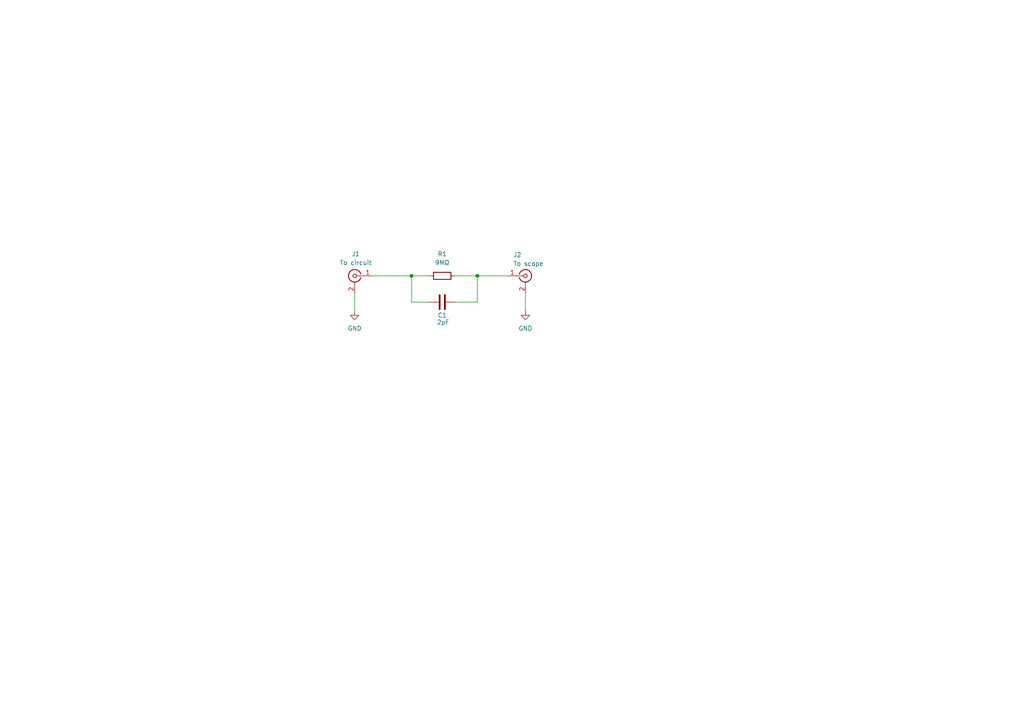
<source format=kicad_sch>
(kicad_sch (version 20250114) (generator "eeschema") (generator_version "9.0")
  (paper "A4")
  (lib_symbols
    (symbol "Connector:Conn_Coaxial" (pin_names (offset 1.016) (hide yes))
      (property "Reference" "J" (at 0.254 3.048 0))
      (property "Value" "Conn_Coaxial" (at 2.921 0 90))
      (symbol "Conn_Coaxial_0_1"
        (polyline (pts (xy -2.54 0) (xy -0.508 0)))
        (arc (start 1.778 0) (mid 0.222 -1.8079) (end -1.778 -0.508) (stroke (width 0.254)))
        (arc (start -1.778 0.508) (mid 0.2221 1.8084) (end 1.778 0) (stroke (width 0.254)))
        (circle (center 0 0) (radius 0.508) (stroke (width 0.2032)))
        (polyline (pts (xy 0 -2.54) (xy 0 -1.778)))
      )
      (symbol "Conn_Coaxial_1_1"
        (pin passive line (at -5.08 0 0) (length 2.54) (name "In") (number "1"))
        (pin passive line (at 0 -5.08 90) (length 2.54) (name "Ext") (number "2"))
      )
    )
    (symbol "Device:C" (pin_numbers (hide yes)) (pin_names (offset 0.254))
      (property "Reference" "C" (at 0.635 2.54 0))
      (property "Value" "C" (at 0.635 -2.54 0))
      (symbol "C_0_1"
        (polyline (pts (xy -2.032 0.762) (xy 2.032 0.762)) (stroke (width 0.508)))
        (polyline (pts (xy -2.032 -0.762) (xy 2.032 -0.762)) (stroke (width 0.508)))
      )
      (symbol "C_1_1"
        (pin passive line (at 0 3.81 270) (length 2.794) (name "~") (number "1"))
        (pin passive line (at 0 -3.81 90) (length 2.794) (name "~") (number "2"))
      )
    )
    (symbol "Device:R" (pin_numbers (hide yes)) (pin_names (offset 0))
      (property "Reference" "R" (at 2.032 0 90))
      (property "Value" "R" (at 0 0 90))
      (symbol "R_0_1"
        (rectangle (start -1.016 -2.54) (end 1.016 2.54) (stroke (width 0.254)))
      )
      (symbol "R_1_1"
        (pin passive line (at 0 3.81 270) (length 1.27) (name "~") (number "1"))
        (pin passive line (at 0 -3.81 90) (length 1.27) (name "~") (number "2"))
      )
    )
    (symbol "power:GND" (power) (pin_numbers (hide yes)) (pin_names (offset 0) (hide yes))
      (property "Value" "GND" (at 0 -3.81 0))
      (symbol "GND_0_1"
        (polyline (pts (xy 0 0) (xy 0 -1.27) (xy 1.27 -1.27) (xy 0 -2.54) (xy -1.27 -1.27) (xy 0 -1.27)))
      )
      (symbol "GND_1_1"
        (pin power_in line (at 0 0 270) (length 0) (name "~") (number "1"))
      )
    )
  )
  (junction (at 119.38 80.01))
  (junction (at 138.43 80.01))
  (wire (pts (xy 132.08 87.63) (xy 138.43 87.63)))
  (wire (pts (xy 102.87 85.09) (xy 102.87 90.17)))
  (wire (pts (xy 119.38 80.01) (xy 124.46 80.01)))
  (wire (pts (xy 124.46 87.63) (xy 119.38 87.63)))
  (wire (pts (xy 119.38 80.01) (xy 119.38 87.63)))
  (wire (pts (xy 132.08 80.01) (xy 138.43 80.01)))
  (wire (pts (xy 107.95 80.01) (xy 119.38 80.01)))
  (wire (pts (xy 138.43 80.01) (xy 138.43 87.63)))
  (wire (pts (xy 138.43 80.01) (xy 147.32 80.01)))
  (wire (pts (xy 152.4 85.09) (xy 152.4 90.17)))
  (symbol (lib_id "power:GND") (at 102.87 90.17 0) (unit 1)
    (property "Reference" "#PWR01" (effects (hide yes)))
    (property "Value" "GND" (at 102.87 95.25 0))
    (property "Description" "Power symbol creates a global label with name \"GND\" , ground" (effects (hide yes)))
  )
  (symbol (lib_id "Connector:Conn_Coaxial") (at 102.87 80.01 0) (mirror y) (unit 1)
    (property "Reference" "J1" (at 103.1874 73.66 0))
    (property "Value" "To circuit" (at 103.1874 76.2 0))
    (property "Footprint" "Connector_Coaxial:SMA_Samtec_SMA-J-P-H-ST-EM1_EdgeMount" (effects (hide yes)))
    (property "Description" "coaxial connector (BNC, SMA, SMB, SMC, Cinch/RCA, LEMO, ...)" (effects (hide yes)))
  )
  (symbol (lib_id "power:GND") (at 152.4 90.17 0) (unit 1)
    (property "Reference" "#PWR02" (effects (hide yes)))
    (property "Value" "GND" (at 152.4 95.25 0))
    (property "Description" "Power symbol creates a global label with name \"GND\" , ground" (effects (hide yes)))
  )
  (symbol (lib_id "Connector:Conn_Coaxial") (at 152.4 80.01 0) (unit 1)
    (property "Reference" "J2" (at 148.844 73.914 0) (effects (justify left)))
    (property "Value" "To scope" (at 148.844 76.454 0) (effects (justify left)))
    (property "Footprint" "Connector_Coaxial:SMA_Samtec_SMA-J-P-H-ST-EM1_EdgeMount" (effects (hide yes)))
    (property "Description" "coaxial connector (BNC, SMA, SMB, SMC, Cinch/RCA, LEMO, ...)" (effects (hide yes)))
  )
  (symbol (lib_id "Device:C") (at 128.27 87.63 90) (unit 1)
    (property "Reference" "C1" (at 128.27 91.44 90))
    (property "Value" "2pF" (at 128.524 93.472 90))
    (property "Footprint" "Capacitor_SMD:C_0805_2012Metric" (effects (hide yes)))
    (property "Description" "Unpolarized capacitor" (effects (hide yes)))
  )
  (symbol (lib_id "Device:R") (at 128.27 80.01 90) (unit 1)
    (property "Reference" "R1" (at 128.27 73.66 90))
    (property "Value" "9MΩ" (at 128.27 76.2 90))
    (property "Footprint" "Resistor_SMD:R_0805_2012Metric_Pad1.20x1.40mm_HandSolder" (effects (hide yes)))
    (property "Description" "Resistor" (effects (hide yes)))
  )
)
</source>
